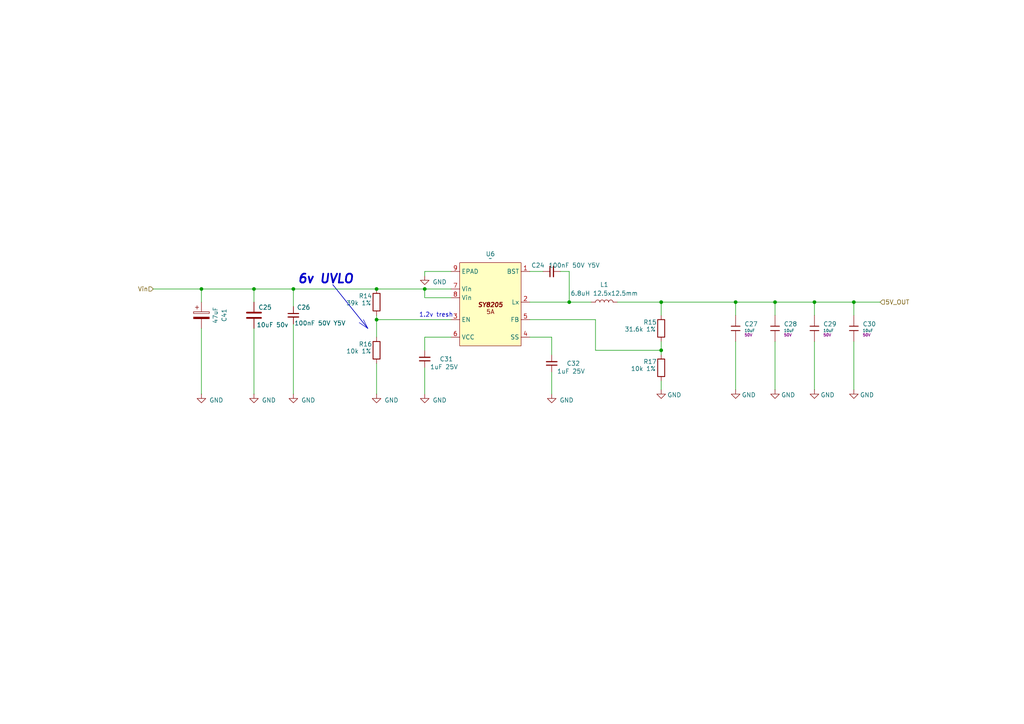
<source format=kicad_sch>
(kicad_sch (version 20231120) (generator "eeschema") (generator_version "8.0")
  (paper "A4")
  (title_block (date "2025-02-10") (rev "A") (company "ModuCard System"))
  (lib_symbols
    (symbol "Device:C" (pin_numbers hide) (pin_names (offset 0.254))
      (property "Reference" "C" (at 0.635 2.54 0))
      (property "Value" "C" (at 0.635 -2.54 0))
      (symbol "C_0_1"
        (polyline (pts (xy -2.032 -0.762) (xy 2.032 -0.762)) (stroke (width 0.508)))
        (polyline (pts (xy -2.032 0.762) (xy 2.032 0.762)) (stroke (width 0.508)))
      )
      (symbol "C_1_1"
        (pin passive line (at 0 3.81 270) (length 2.794) (name "~") (number "1"))
        (pin passive line (at 0 -3.81 90) (length 2.794) (name "~") (number "2"))
      )
    )
    (symbol "Device:C_Polarized" (pin_numbers hide) (pin_names (offset 0.254))
      (property "Reference" "C" (at 0.635 2.54 0))
      (property "Value" "C_Polarized" (at 0.635 -2.54 0))
      (symbol "C_Polarized_0_1"
        (rectangle (start -2.286 0.508) (end 2.286 1.016))
        (polyline (pts (xy -1.778 2.286) (xy -0.762 2.286)))
        (polyline (pts (xy -1.27 2.794) (xy -1.27 1.778)))
        (rectangle (start 2.286 -0.508) (end -2.286 -1.016) (fill (type outline)))
      )
      (symbol "C_Polarized_1_1"
        (pin passive line (at 0 3.81 270) (length 2.794) (name "~") (number "1"))
        (pin passive line (at 0 -3.81 90) (length 2.794) (name "~") (number "2"))
      )
    )
    (symbol "Device:C_Small" (pin_numbers hide) (pin_names (offset 0.254) hide)
      (property "Reference" "C" (at 0.254 1.778 0))
      (property "Value" "C_Small" (at 0.254 -2.032 0))
      (symbol "C_Small_0_1"
        (polyline (pts (xy -1.524 -0.508) (xy 1.524 -0.508)) (stroke (width 0.3302)))
        (polyline (pts (xy -1.524 0.508) (xy 1.524 0.508)) (stroke (width 0.3048)))
      )
      (symbol "C_Small_1_1"
        (pin passive line (at 0 2.54 270) (length 2.032) (name "~") (number "1"))
        (pin passive line (at 0 -2.54 90) (length 2.032) (name "~") (number "2"))
      )
    )
    (symbol "Device:L" (pin_numbers hide) (pin_names (offset 1.016) hide)
      (property "Reference" "L" (at -1.27 0 90))
      (property "Value" "L" (at 1.905 0 90))
      (symbol "L_0_1"
        (arc (start 0 -2.54) (mid 0.6323 -1.905) (end 0 -1.27))
        (arc (start 0 -1.27) (mid 0.6323 -0.635) (end 0 0))
        (arc (start 0 0) (mid 0.6323 0.635) (end 0 1.27))
        (arc (start 0 1.27) (mid 0.6323 1.905) (end 0 2.54))
      )
      (symbol "L_1_1"
        (pin passive line (at 0 3.81 270) (length 1.27) (name "1") (number "1"))
        (pin passive line (at 0 -3.81 90) (length 1.27) (name "2") (number "2"))
      )
    )
    (symbol "Device:R" (pin_numbers hide) (pin_names (offset 0))
      (property "Reference" "R" (at 2.032 0 90))
      (property "Value" "R" (at 0 0 90))
      (symbol "R_0_1"
        (rectangle (start -1.016 -2.54) (end 1.016 2.54) (stroke (width 0.254)))
      )
      (symbol "R_1_1"
        (pin passive line (at 0 3.81 270) (length 1.27) (name "~") (number "1"))
        (pin passive line (at 0 -3.81 90) (length 1.27) (name "~") (number "2"))
      )
    )
    (symbol "PCM_JLCPCB-Capacitors:1206,10uF" (pin_numbers hide) (pin_names (offset 0))
      (property "Reference" "C" (at 2.032 1.668 0))
      (property "Value" "10uF" (at 2.032 -0.3782 0))
      (property "Voltage Rated" "50V" (at 2.032 -2.0462 0))
      (symbol "1206,10uF_0_1"
        (polyline (pts (xy -1.27 -0.635) (xy 1.27 -0.635)) (stroke (width 0.254)))
        (polyline (pts (xy -1.27 0.635) (xy 1.27 0.635)) (stroke (width 0.254)))
      )
      (symbol "1206,10uF_1_1"
        (pin passive line (at 0 3.81 270) (length 3.175) (name "~") (number "1"))
        (pin passive line (at 0 -3.81 90) (length 3.175) (name "~") (number "2"))
      )
    )
    (symbol "SY8205:SY8205"
      (property "Reference" "U" (at 0 0 0))
      (symbol "SY8205_1_1"
        (rectangle (start -8.89 -1.27) (end 8.89 -25.4) (fill (type background)))
        (text "5A" (at 0 -15.494 0) (effects (font (size 1.27 1.27))))
        (text "SY8205" (at 0 -13.462 0) (effects (font (size 1.27 1.27) (bold yes) (italic yes))))
        (pin input line (at 11.43 -3.81 180) (length 2.54) (name "BST") (number "1"))
        (pin input line (at 11.43 -12.7 180) (length 2.54) (name "Lx") (number "2"))
        (pin input line (at -11.43 -17.78 0) (length 2.54) (name "EN") (number "3"))
        (pin input line (at 11.43 -22.86 180) (length 2.54) (name "SS") (number "4"))
        (pin input line (at 11.43 -17.78 180) (length 2.54) (name "FB") (number "5"))
        (pin input line (at -11.43 -22.86 0) (length 2.54) (name "VCC") (number "6"))
        (pin input line (at -11.43 -8.89 0) (length 2.54) (name "Vin") (number "7"))
        (pin input line (at -11.43 -11.43 0) (length 2.54) (name "Vin") (number "8"))
        (pin input line (at -11.43 -3.81 0) (length 2.54) (name "EPAD") (number "9"))
      )
    )
    (symbol "power:GND" (power) (pin_numbers hide) (pin_names (offset 0) hide)
      (property "Value" "GND" (at 0 -3.81 0))
      (symbol "GND_0_1"
        (polyline (pts (xy 0 0) (xy 0 -1.27) (xy 1.27 -1.27) (xy 0 -2.54) (xy -1.27 -1.27) (xy 0 -1.27)))
      )
      (symbol "GND_1_1"
        (pin power_in line (at 0 0 270) (length 0) (name "~") (number "1"))
      )
    )
  )
  (junction (at 58.42 83.82))
  (junction (at 85.09 83.82))
  (junction (at 123.19 83.82))
  (junction (at 247.65 87.63))
  (junction (at 165.1 87.63))
  (junction (at 109.22 92.71))
  (junction (at 109.22 83.82))
  (junction (at 73.66 83.82))
  (junction (at 224.79 87.63))
  (junction (at 191.77 87.63))
  (junction (at 191.77 101.6))
  (junction (at 236.22 87.63))
  (junction (at 213.36 87.63))
  (wire (pts (xy 160.02 102.87) (xy 160.02 97.79)))
  (wire (pts (xy 172.72 101.6) (xy 172.72 92.71)))
  (wire (pts (xy 224.79 99.06) (xy 224.79 113.03)))
  (wire (pts (xy 153.67 87.63) (xy 165.1 87.63)))
  (wire (pts (xy 58.42 95.25) (xy 58.42 114.3)))
  (wire (pts (xy 85.09 83.82) (xy 109.22 83.82)))
  (wire (pts (xy 44.45 83.82) (xy 58.42 83.82)))
  (wire (pts (xy 130.81 97.79) (xy 123.19 97.79)))
  (wire (pts (xy 191.77 110.49) (xy 191.77 113.03)))
  (wire (pts (xy 172.72 101.6) (xy 191.77 101.6)))
  (polyline (pts (xy 104.1953 93.5787) (xy 106.68 95.25)))
  (wire (pts (xy 236.22 87.63) (xy 236.22 91.44)))
  (wire (pts (xy 109.22 105.41) (xy 109.22 114.3)))
  (polyline (pts (xy 105.41 92.71) (xy 106.68 95.25)))
  (wire (pts (xy 224.79 87.63) (xy 236.22 87.63)))
  (wire (pts (xy 109.22 92.71) (xy 130.81 92.71)))
  (wire (pts (xy 191.77 101.6) (xy 191.77 102.87)))
  (wire (pts (xy 73.66 95.25) (xy 73.66 114.3)))
  (wire (pts (xy 179.07 87.63) (xy 191.77 87.63)))
  (wire (pts (xy 165.1 78.74) (xy 165.1 87.63)))
  (wire (pts (xy 160.02 107.95) (xy 160.02 114.3)))
  (wire (pts (xy 130.81 83.82) (xy 123.19 83.82)))
  (wire (pts (xy 109.22 91.44) (xy 109.22 92.71)))
  (polyline (pts (xy 96.52 82.55) (xy 106.68 95.25)))
  (wire (pts (xy 191.77 87.63) (xy 213.36 87.63)))
  (polyline (pts (xy 96.52 82.55) (xy 106.68 95.25)))
  (wire (pts (xy 58.42 83.82) (xy 58.42 87.63)))
  (wire (pts (xy 247.65 99.06) (xy 247.65 113.03)))
  (wire (pts (xy 109.22 92.71) (xy 109.22 97.79)))
  (wire (pts (xy 162.56 78.74) (xy 165.1 78.74)))
  (wire (pts (xy 213.36 87.63) (xy 224.79 87.63)))
  (wire (pts (xy 160.02 97.79) (xy 153.67 97.79)))
  (wire (pts (xy 109.22 83.82) (xy 123.19 83.82)))
  (wire (pts (xy 236.22 87.63) (xy 247.65 87.63)))
  (wire (pts (xy 130.81 78.74) (xy 123.19 78.74)))
  (wire (pts (xy 213.36 87.63) (xy 213.36 91.44)))
  (wire (pts (xy 73.66 83.82) (xy 85.09 83.82)))
  (wire (pts (xy 123.19 78.74) (xy 123.19 80.01)))
  (wire (pts (xy 153.67 78.74) (xy 157.48 78.74)))
  (wire (pts (xy 123.19 83.82) (xy 123.19 86.36)))
  (wire (pts (xy 165.1 87.63) (xy 171.45 87.63)))
  (wire (pts (xy 73.66 83.82) (xy 73.66 87.63)))
  (wire (pts (xy 213.36 99.06) (xy 213.36 113.03)))
  (wire (pts (xy 247.65 87.63) (xy 247.65 91.44)))
  (wire (pts (xy 236.22 99.06) (xy 236.22 113.03)))
  (wire (pts (xy 123.19 86.36) (xy 130.81 86.36)))
  (wire (pts (xy 123.19 106.68) (xy 123.19 114.3)))
  (wire (pts (xy 191.77 87.63) (xy 191.77 91.44)))
  (wire (pts (xy 123.19 97.79) (xy 123.19 101.6)))
  (wire (pts (xy 85.09 93.98) (xy 85.09 114.3)))
  (wire (pts (xy 58.42 83.82) (xy 73.66 83.82)))
  (wire (pts (xy 224.79 87.63) (xy 224.79 91.44)))
  (wire (pts (xy 85.09 83.82) (xy 85.09 88.9)))
  (wire (pts (xy 172.72 92.71) (xy 153.67 92.71)))
  (wire (pts (xy 191.77 99.06) (xy 191.77 101.6)))
  (wire (pts (xy 247.65 87.63) (xy 255.27 87.63)))
  (text "1.2v tresh" (at 126.492 91.44 0) (effects (font (size 1.27 1.27))))
  (text "6v UVLO\n" (at 94.488 81.026 0) (effects (font (size 2.54 2.54) (thickness 0.508) (bold yes) (italic yes))))
  (hierarchical_label "Vin" (shape input) (at 44.45 83.82 180))
  (hierarchical_label "5V_OUT" (shape input) (at 255.27 87.63 0))
  (symbol (lib_id "power:GND") (at 123.19 114.3 0) (unit 1)
    (property "Reference" "#PWR053" (effects (hide yes)))
    (property "Value" "GND" (at 127.508 116.078 0))
    (property "Description" "Power symbol creates a global label with name \"GND\" , ground" (effects (hide yes)))
  )
  (symbol (lib_id "Device:C_Polarized") (at 58.42 91.44 0) (unit 1)
    (property "Reference" "C41" (at 65.024 91.44 90))
    (property "Value" "47uF" (at 62.484 91.44 90))
    (property "Footprint" "Capacitor_SMD:CP_Elec_6.3x5.4" (effects (hide yes)))
    (property "Description" "Polarized capacitor" (effects (hide yes)))
    (property "LCSC" " C90276" (effects (hide yes)))
    (property "MPN" "VT1V470M0605" (effects (hide yes)))
  )
  (symbol (lib_id "PCM_JLCPCB-Capacitors:1206,10uF") (at 213.36 95.25 0) (unit 1)
    (property "Reference" "C27" (at 215.9 93.98 0) (effects (justify left)))
    (property "Value" "10uF" (at 215.9 95.885 0) (effects (font (size 0.8 0.8)) (justify left)))
    (property "Footprint" "PCM_JLCPCB:C_1206" (effects (hide yes)))
    (property "Datasheet" "https://www.lcsc.com/datasheet/lcsc_datasheet_2304140030_Samsung-Electro-Mechanics-CL31A106KBHNNNE_C13585.pdf" (effects (hide yes)))
    (property "Description" "50V 10uF X5R ±10% 1206 Multilayer Ceramic Capacitors MLCC - SMD/SMT ROHS" (effects (hide yes)))
    (property "LCSC" "C13585" (effects (hide yes)))
    (property "Stock" "4852625" (effects (hide yes)))
    (property "Price" "0.031USD" (effects (hide yes)))
    (property "Process" "SMT" (effects (hide yes)))
    (property "Minimum Qty" "5" (effects (hide yes)))
    (property "Attrition Qty" "4" (effects (hide yes)))
    (property "Class" "Basic Component" (effects (hide yes)))
    (property "Category" "Capacitors,Multilayer Ceramic Capacitors MLCC - SMD/SMT" (effects (hide yes)))
    (property "Manufacturer" "Samsung Electro-Mechanics" (effects (hide yes)))
    (property "Part" "CL31A106KBHNNNE" (effects (hide yes)))
    (property "Voltage Rated" "50V" (at 215.9 97.155 0) (effects (font (size 0.8 0.8)) (justify left)))
    (property "Tolerance" "±10%" (effects (hide yes)))
    (property "Capacitance" "10uF" (effects (hide yes)))
    (property "Temperature Coefficient" "X5R" (effects (hide yes)))
  )
  (symbol (lib_id "Device:R") (at 191.77 106.68 0) (unit 1)
    (property "Reference" "R17" (at 190.5 104.902 0) (effects (justify right)))
    (property "Value" "10k 1%" (at 190.246 106.934 0) (effects (justify right)))
    (property "Footprint" "Resistor_SMD:R_0402_1005Metric" (effects (hide yes)))
    (property "Description" "Resistor" (effects (hide yes)))
  )
  (symbol (lib_id "power:GND") (at 73.66 114.3 0) (unit 1)
    (property "Reference" "#PWR050" (effects (hide yes)))
    (property "Value" "GND" (at 77.978 116.078 0))
    (property "Description" "Power symbol creates a global label with name \"GND\" , ground" (effects (hide yes)))
  )
  (symbol (lib_id "power:GND") (at 58.42 114.3 0) (unit 1)
    (property "Reference" "#PWR058" (effects (hide yes)))
    (property "Value" "GND" (at 62.738 116.078 0))
    (property "Description" "Power symbol creates a global label with name \"GND\" , ground" (effects (hide yes)))
  )
  (symbol (lib_id "SY8205:SY8205") (at 142.24 74.93 0) (unit 1)
    (property "Reference" "U6" (at 142.24 73.66 0))
    (property "Value" "~" (at 142.24 74.93 0))
    (property "Footprint" "Package_SO:Diodes_SO-8EP" (effects (hide yes)))
  )
  (symbol (lib_id "PCM_JLCPCB-Capacitors:1206,10uF") (at 236.22 95.25 0) (unit 1)
    (property "Reference" "C29" (at 238.76 93.98 0) (effects (justify left)))
    (property "Value" "10uF" (at 238.76 95.885 0) (effects (font (size 0.8 0.8)) (justify left)))
    (property "Footprint" "PCM_JLCPCB:C_1206" (effects (hide yes)))
    (property "Datasheet" "https://www.lcsc.com/datasheet/lcsc_datasheet_2304140030_Samsung-Electro-Mechanics-CL31A106KBHNNNE_C13585.pdf" (effects (hide yes)))
    (property "Description" "50V 10uF X5R ±10% 1206 Multilayer Ceramic Capacitors MLCC - SMD/SMT ROHS" (effects (hide yes)))
    (property "LCSC" "C13585" (effects (hide yes)))
    (property "Stock" "4852625" (effects (hide yes)))
    (property "Price" "0.031USD" (effects (hide yes)))
    (property "Process" "SMT" (effects (hide yes)))
    (property "Minimum Qty" "5" (effects (hide yes)))
    (property "Attrition Qty" "4" (effects (hide yes)))
    (property "Class" "Basic Component" (effects (hide yes)))
    (property "Category" "Capacitors,Multilayer Ceramic Capacitors MLCC - SMD/SMT" (effects (hide yes)))
    (property "Manufacturer" "Samsung Electro-Mechanics" (effects (hide yes)))
    (property "Part" "CL31A106KBHNNNE" (effects (hide yes)))
    (property "Voltage Rated" "50V" (at 238.76 97.155 0) (effects (font (size 0.8 0.8)) (justify left)))
    (property "Tolerance" "±10%" (effects (hide yes)))
    (property "Capacitance" "10uF" (effects (hide yes)))
    (property "Temperature Coefficient" "X5R" (effects (hide yes)))
  )
  (symbol (lib_id "power:GND") (at 109.22 114.3 0) (unit 1)
    (property "Reference" "#PWR052" (effects (hide yes)))
    (property "Value" "GND" (at 113.538 116.078 0))
    (property "Description" "Power symbol creates a global label with name \"GND\" , ground" (effects (hide yes)))
  )
  (symbol (lib_id "power:GND") (at 160.02 114.3 0) (unit 1)
    (property "Reference" "#PWR054" (effects (hide yes)))
    (property "Value" "GND" (at 164.338 116.078 0))
    (property "Description" "Power symbol creates a global label with name \"GND\" , ground" (effects (hide yes)))
  )
  (symbol (lib_id "PCM_JLCPCB-Capacitors:1206,10uF") (at 247.65 95.25 0) (unit 1)
    (property "Reference" "C30" (at 250.19 93.98 0) (effects (justify left)))
    (property "Value" "10uF" (at 250.19 95.885 0) (effects (font (size 0.8 0.8)) (justify left)))
    (property "Footprint" "PCM_JLCPCB:C_1206" (effects (hide yes)))
    (property "Datasheet" "https://www.lcsc.com/datasheet/lcsc_datasheet_2304140030_Samsung-Electro-Mechanics-CL31A106KBHNNNE_C13585.pdf" (effects (hide yes)))
    (property "Description" "50V 10uF X5R ±10% 1206 Multilayer Ceramic Capacitors MLCC - SMD/SMT ROHS" (effects (hide yes)))
    (property "LCSC" "C13585" (effects (hide yes)))
    (property "Stock" "4852625" (effects (hide yes)))
    (property "Price" "0.031USD" (effects (hide yes)))
    (property "Process" "SMT" (effects (hide yes)))
    (property "Minimum Qty" "5" (effects (hide yes)))
    (property "Attrition Qty" "4" (effects (hide yes)))
    (property "Class" "Basic Component" (effects (hide yes)))
    (property "Category" "Capacitors,Multilayer Ceramic Capacitors MLCC - SMD/SMT" (effects (hide yes)))
    (property "Manufacturer" "Samsung Electro-Mechanics" (effects (hide yes)))
    (property "Part" "CL31A106KBHNNNE" (effects (hide yes)))
    (property "Voltage Rated" "50V" (at 250.19 97.155 0) (effects (font (size 0.8 0.8)) (justify left)))
    (property "Tolerance" "±10%" (effects (hide yes)))
    (property "Capacitance" "10uF" (effects (hide yes)))
    (property "Temperature Coefficient" "X5R" (effects (hide yes)))
  )
  (symbol (lib_id "Device:C") (at 73.66 91.44 0) (unit 1)
    (property "Reference" "C25" (at 74.93 89.154 0) (effects (justify left)))
    (property "Value" "10uF 50v" (at 74.422 94.234 0) (effects (justify left)))
    (property "Footprint" "Capacitor_SMD:C_0805_2012Metric" (effects (hide yes)))
    (property "Description" "Unpolarized capacitor" (effects (hide yes)))
  )
  (symbol (lib_id "Device:C_Small") (at 85.09 91.44 0) (unit 1)
    (property "Reference" "C26" (at 86.106 89.154 0) (effects (justify left)))
    (property "Value" "100nF 50V Y5V" (at 85.344 93.726 0) (effects (justify left)))
    (property "Footprint" "Capacitor_SMD:C_0402_1005Metric" (effects (hide yes)))
    (property "Description" "Unpolarized capacitor, small symbol" (effects (hide yes)))
  )
  (symbol (lib_id "power:GND") (at 236.22 113.03 0) (unit 1)
    (property "Reference" "#PWR048" (effects (hide yes)))
    (property "Value" "GND" (at 240.03 114.554 0))
    (property "Description" "Power symbol creates a global label with name \"GND\" , ground" (effects (hide yes)))
  )
  (symbol (lib_id "Device:C_Small") (at 160.02 78.74 90) (unit 1)
    (property "Reference" "C24" (at 157.988 76.962 90) (effects (justify left)))
    (property "Value" "100nF 50V Y5V" (at 173.99 76.962 90) (effects (justify left)))
    (property "Footprint" "Capacitor_SMD:C_0402_1005Metric" (effects (hide yes)))
    (property "Description" "Unpolarized capacitor, small symbol" (effects (hide yes)))
  )
  (symbol (lib_id "power:GND") (at 213.36 113.03 0) (unit 1)
    (property "Reference" "#PWR046" (effects (hide yes)))
    (property "Value" "GND" (at 217.17 114.554 0))
    (property "Description" "Power symbol creates a global label with name \"GND\" , ground" (effects (hide yes)))
  )
  (symbol (lib_id "Device:R") (at 109.22 87.63 0) (unit 1)
    (property "Reference" "R14" (at 107.95 85.852 0) (effects (justify right)))
    (property "Value" "39k 1%" (at 107.696 87.884 0) (effects (justify right)))
    (property "Footprint" "Resistor_SMD:R_0402_1005Metric" (effects (hide yes)))
    (property "Description" "Resistor" (effects (hide yes)))
  )
  (symbol (lib_id "power:GND") (at 224.79 113.03 0) (unit 1)
    (property "Reference" "#PWR047" (effects (hide yes)))
    (property "Value" "GND" (at 228.6 114.554 0))
    (property "Description" "Power symbol creates a global label with name \"GND\" , ground" (effects (hide yes)))
  )
  (symbol (lib_id "Device:L") (at 175.26 87.63 90) (unit 1)
    (property "Reference" "L1" (at 175.26 82.55 90))
    (property "Value" "6.8uH 12.5x12.5mm" (at 175.26 85.09 90))
    (property "Footprint" "Inductor_SMD:L_AVX_LMLP07A7" (effects (hide yes)))
    (property "Description" "Inductor" (effects (hide yes)))
    (property "MPN" "YSPI0740-6R8M" (effects (hide yes)))
  )
  (symbol (lib_id "Device:C_Small") (at 123.19 104.14 0) (mirror x) (unit 1)
    (property "Reference" "C31" (at 127.508 104.14 0) (effects (justify left)))
    (property "Value" "1uF 25V" (at 124.714 106.426 0) (effects (justify left)))
    (property "Footprint" "Capacitor_SMD:C_0402_1005Metric" (effects (hide yes)))
    (property "Description" "Unpolarized capacitor, small symbol" (effects (hide yes)))
  )
  (symbol (lib_id "power:GND") (at 85.09 114.3 0) (unit 1)
    (property "Reference" "#PWR051" (effects (hide yes)))
    (property "Value" "GND" (at 89.408 116.078 0))
    (property "Description" "Power symbol creates a global label with name \"GND\" , ground" (effects (hide yes)))
  )
  (symbol (lib_id "Device:R") (at 191.77 95.25 0) (unit 1)
    (property "Reference" "R15" (at 190.5 93.472 0) (effects (justify right)))
    (property "Value" "31.6k 1%" (at 190.246 95.504 0) (effects (justify right)))
    (property "Footprint" "Resistor_SMD:R_0402_1005Metric" (effects (hide yes)))
    (property "Description" "Resistor" (effects (hide yes)))
  )
  (symbol (lib_id "power:GND") (at 123.19 80.01 0) (unit 1)
    (property "Reference" "#PWR040" (effects (hide yes)))
    (property "Value" "GND" (at 127.508 81.788 0))
    (property "Description" "Power symbol creates a global label with name \"GND\" , ground" (effects (hide yes)))
  )
  (symbol (lib_id "Device:R") (at 109.22 101.6 0) (unit 1)
    (property "Reference" "R16" (at 107.95 99.822 0) (effects (justify right)))
    (property "Value" "10k 1%" (at 107.696 101.854 0) (effects (justify right)))
    (property "Footprint" "Resistor_SMD:R_0402_1005Metric" (effects (hide yes)))
    (property "Description" "Resistor" (effects (hide yes)))
  )
  (symbol (lib_id "PCM_JLCPCB-Capacitors:1206,10uF") (at 224.79 95.25 0) (unit 1)
    (property "Reference" "C28" (at 227.33 93.98 0) (effects (justify left)))
    (property "Value" "10uF" (at 227.33 95.885 0) (effects (font (size 0.8 0.8)) (justify left)))
    (property "Footprint" "PCM_JLCPCB:C_1206" (effects (hide yes)))
    (property "Datasheet" "https://www.lcsc.com/datasheet/lcsc_datasheet_2304140030_Samsung-Electro-Mechanics-CL31A106KBHNNNE_C13585.pdf" (effects (hide yes)))
    (property "Description" "50V 10uF X5R ±10% 1206 Multilayer Ceramic Capacitors MLCC - SMD/SMT ROHS" (effects (hide yes)))
    (property "LCSC" "C13585" (effects (hide yes)))
    (property "Stock" "4852625" (effects (hide yes)))
    (property "Price" "0.031USD" (effects (hide yes)))
    (property "Process" "SMT" (effects (hide yes)))
    (property "Minimum Qty" "5" (effects (hide yes)))
    (property "Attrition Qty" "4" (effects (hide yes)))
    (property "Class" "Basic Component" (effects (hide yes)))
    (property "Category" "Capacitors,Multilayer Ceramic Capacitors MLCC - SMD/SMT" (effects (hide yes)))
    (property "Manufacturer" "Samsung Electro-Mechanics" (effects (hide yes)))
    (property "Part" "CL31A106KBHNNNE" (effects (hide yes)))
    (property "Voltage Rated" "50V" (at 227.33 97.155 0) (effects (font (size 0.8 0.8)) (justify left)))
    (property "Tolerance" "±10%" (effects (hide yes)))
    (property "Capacitance" "10uF" (effects (hide yes)))
    (property "Temperature Coefficient" "X5R" (effects (hide yes)))
  )
  (symbol (lib_id "power:GND") (at 191.77 113.03 0) (unit 1)
    (property "Reference" "#PWR045" (effects (hide yes)))
    (property "Value" "GND" (at 195.58 114.554 0))
    (property "Description" "Power symbol creates a global label with name \"GND\" , ground" (effects (hide yes)))
  )
  (symbol (lib_id "power:GND") (at 247.65 113.03 0) (unit 1)
    (property "Reference" "#PWR049" (effects (hide yes)))
    (property "Value" "GND" (at 251.46 114.554 0))
    (property "Description" "Power symbol creates a global label with name \"GND\" , ground" (effects (hide yes)))
  )
  (symbol (lib_id "Device:C_Small") (at 160.02 105.41 0) (mirror x) (unit 1)
    (property "Reference" "C32" (at 164.338 105.41 0) (effects (justify left)))
    (property "Value" "1uF 25V" (at 161.544 107.696 0) (effects (justify left)))
    (property "Footprint" "Capacitor_SMD:C_0402_1005Metric" (effects (hide yes)))
    (property "Description" "Unpolarized capacitor, small symbol" (effects (hide yes)))
  )
)
</source>
